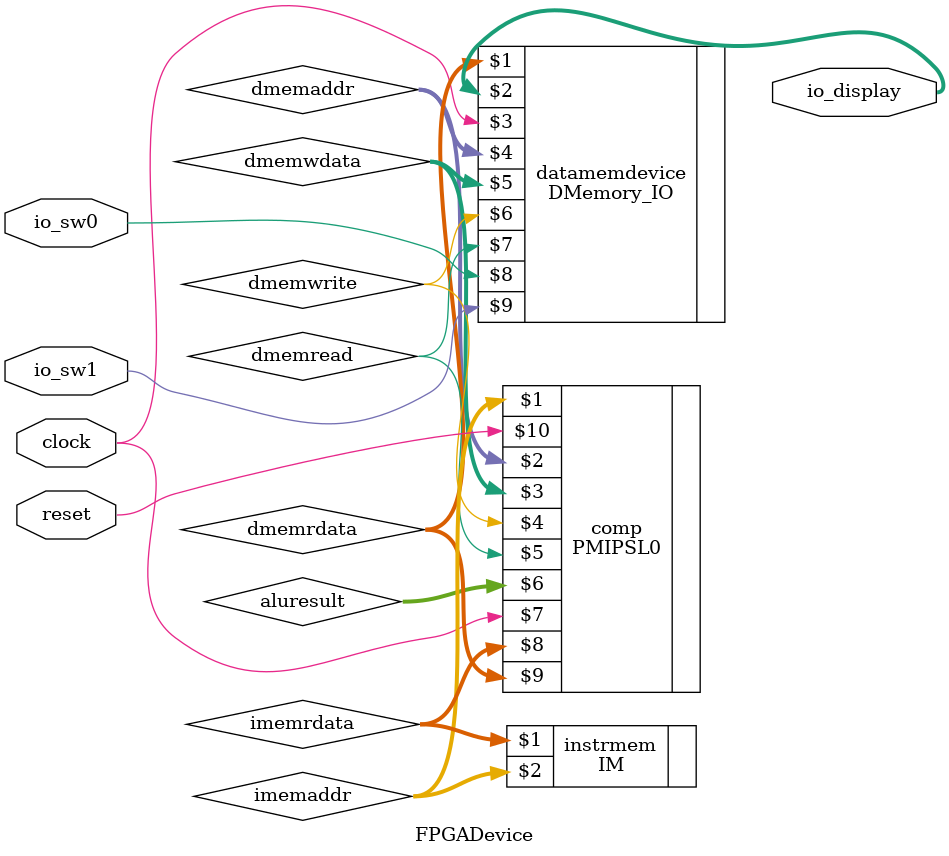
<source format=v>
module FPGADevice(io_display, clock, io_sw1,io_sw0,reset);


output [6:0] io_display;
input clock;
input io_sw0;
input io_sw1;
input reset;

wire [15:0] imemaddr; 	// Instruction memory addr
wire [15:0] dmemaddr;	// Data memory addr
wire [15:0] dmemwdata;	// Data memory write-data
wire dmemwrite;	// Data memory write enable
wire dmemread;	// Data memory read enable
wire [15:0] aluresult;	// Output from the ALU:  for debugging
wire [15:0] aluout;		// Output from the ALUOut register:  for debugging

wire [16:0] imemrdata;	// Instruction memory read data
wire [15:0] dmemrdata;	

	
PMIPSL0 comp(
	imemaddr, 	// Instruction memory addr
	dmemaddr,	// Data memory addr
	dmemwdata,	// Data memory write-data
	dmemwrite,	// Data memory write enable
	dmemread,	// Data memory read enable
	aluresult,	// Output from the ALU:  for debugging
	clock,
	imemrdata,	// Instruction memory read data
	dmemrdata,	// Data memory read data
	reset		// Reset
	);

// Instantiation of Instruction Memory (program)

IM  instrmem(imemrdata,imemaddr);

// Instantiation of Data Memory

DMemory_IO datamemdevice(
		dmemrdata,	// read data
		io_display,	// IO port connected to 7 segment display
		clock,		// clock
		dmemaddr,	// address
		dmemwdata,	// write data
		dmemwrite,	// write enable
		dmemread,	// read enable
		io_sw0,		// IO port connected to sliding switch 0
		io_sw1		// IO port connected to sliding switch 1
		);



endmodule
</source>
